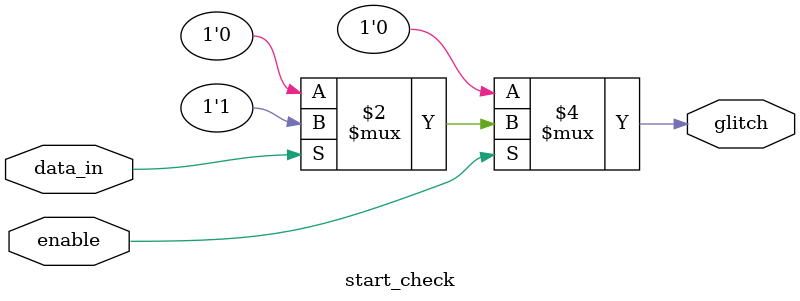
<source format=v>
module start_check(input wire data_in,
                   input wire enable,
                   output reg glitch);
    
    always@(*)
    begin
        if (enable)
        begin
            glitch = data_in ? 1'b1 : 1'b0;
        end
        else
        begin
            glitch = 1'b0;
        end
    end
    
endmodule

</source>
